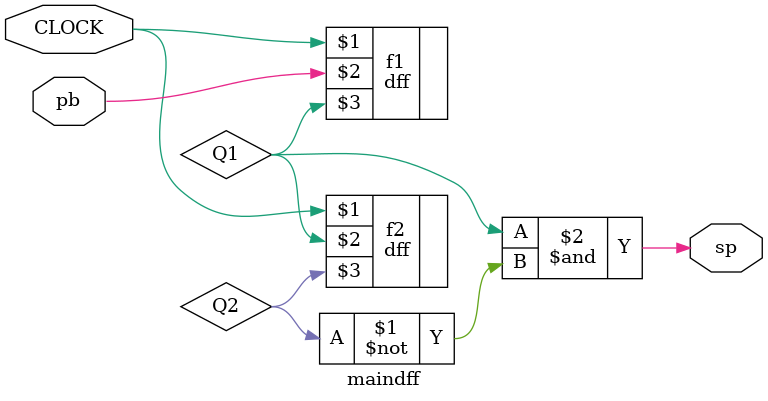
<source format=v>
module maindff(input CLOCK, pb,output sp);
   wire Q1, Q2; 
   
   dff f1(CLOCK, pb, Q1);
   dff f2(CLOCK, Q1, Q2);
   
   assign sp = Q1 & ~Q2; 
endmodule
</source>
